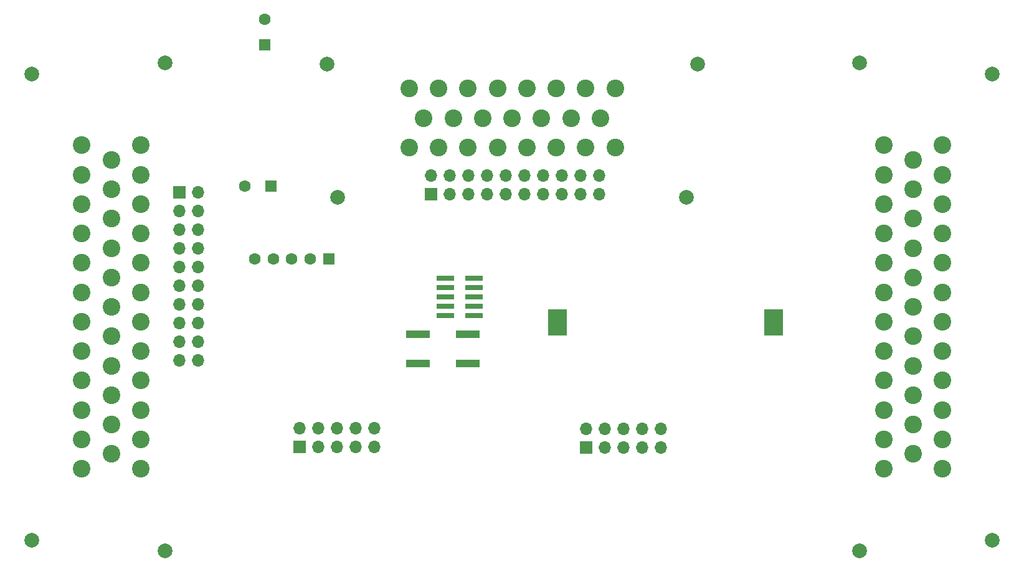
<source format=gbr>
%TF.GenerationSoftware,KiCad,Pcbnew,7.0.1*%
%TF.CreationDate,2024-06-21T03:41:51+03:00*%
%TF.ProjectId,ECUGDI,45435547-4449-42e6-9b69-6361645f7063,rev?*%
%TF.SameCoordinates,Original*%
%TF.FileFunction,Soldermask,Bot*%
%TF.FilePolarity,Negative*%
%FSLAX46Y46*%
G04 Gerber Fmt 4.6, Leading zero omitted, Abs format (unit mm)*
G04 Created by KiCad (PCBNEW 7.0.1) date 2024-06-21 03:41:51*
%MOMM*%
%LPD*%
G01*
G04 APERTURE LIST*
%ADD10R,1.700000X1.700000*%
%ADD11O,1.700000X1.700000*%
%ADD12R,1.600000X1.600000*%
%ADD13C,1.600000*%
%ADD14C,2.000000*%
%ADD15C,2.400000*%
%ADD16R,2.600000X3.600000*%
%ADD17R,3.200000X1.000000*%
%ADD18R,2.400000X0.740000*%
G04 APERTURE END LIST*
D10*
%TO.C,J13*%
X94310000Y-70450000D03*
D11*
X96850000Y-70450000D03*
X94310000Y-72990000D03*
X96850000Y-72990000D03*
X94310000Y-75530000D03*
X96850000Y-75530000D03*
X94310000Y-78070000D03*
X96850000Y-78070000D03*
X94310000Y-80610000D03*
X96850000Y-80610000D03*
X94310000Y-83150000D03*
X96850000Y-83150000D03*
X94310000Y-85690000D03*
X96850000Y-85690000D03*
X94310000Y-88230000D03*
X96850000Y-88230000D03*
X94310000Y-90770000D03*
X96850000Y-90770000D03*
X94310000Y-93310000D03*
X96850000Y-93310000D03*
%TD*%
D10*
%TO.C,J8*%
X128510000Y-70650000D03*
D11*
X128510000Y-68110000D03*
X131050000Y-70650000D03*
X131050000Y-68110000D03*
X133590000Y-70650000D03*
X133590000Y-68110000D03*
X136130000Y-70650000D03*
X136130000Y-68110000D03*
X138670000Y-70650000D03*
X138670000Y-68110000D03*
X141210000Y-70650000D03*
X141210000Y-68110000D03*
X143750000Y-70650000D03*
X143750000Y-68110000D03*
X146290000Y-70650000D03*
X146290000Y-68110000D03*
X148830000Y-70650000D03*
X148830000Y-68110000D03*
X151370000Y-70650000D03*
X151370000Y-68110000D03*
%TD*%
D12*
%TO.C,J12*%
X114550000Y-79450000D03*
D13*
X112050000Y-79450000D03*
X109550000Y-79450000D03*
X107050000Y-79450000D03*
X104550000Y-79450000D03*
%TD*%
D10*
%TO.C,J16*%
X110630000Y-105040000D03*
D11*
X110630000Y-102500000D03*
X113170000Y-105040000D03*
X113170000Y-102500000D03*
X115710000Y-105040000D03*
X115710000Y-102500000D03*
X118250000Y-105040000D03*
X118250000Y-102500000D03*
X120790000Y-105040000D03*
X120790000Y-102500000D03*
%TD*%
D10*
%TO.C,J17*%
X149560000Y-105090000D03*
D11*
X149560000Y-102550000D03*
X152100000Y-105090000D03*
X152100000Y-102550000D03*
X154640000Y-105090000D03*
X154640000Y-102550000D03*
X157180000Y-105090000D03*
X157180000Y-102550000D03*
X159720000Y-105090000D03*
X159720000Y-102550000D03*
%TD*%
D14*
%TO.C,J6*%
X114300000Y-53000000D03*
X115800000Y-71100000D03*
X163200000Y-71100000D03*
X164700000Y-53000000D03*
D15*
X125500000Y-64300000D03*
X129500000Y-64300000D03*
X133500000Y-64300000D03*
X137500000Y-64300000D03*
X141500000Y-64300000D03*
X145500000Y-64300000D03*
X149500000Y-64300000D03*
X153500000Y-64300000D03*
X127500000Y-60300000D03*
X131500000Y-60300000D03*
X135500000Y-60300000D03*
X139500000Y-60300000D03*
X143500000Y-60300000D03*
X147500000Y-60300000D03*
X151500000Y-60300000D03*
X125500000Y-56300000D03*
X129500000Y-56300000D03*
X133500000Y-56300000D03*
X137500000Y-56300000D03*
X141500000Y-56300000D03*
X145500000Y-56300000D03*
X149500000Y-56300000D03*
X153500000Y-56300000D03*
%TD*%
D16*
%TO.C,BT1*%
X145700000Y-88100000D03*
X175000000Y-88100000D03*
%TD*%
D17*
%TO.C,SW2*%
X133500000Y-89700000D03*
X126700000Y-89700000D03*
X133500000Y-93700000D03*
X126700000Y-93700000D03*
%TD*%
D12*
%TO.C,C55*%
X105900000Y-50350000D03*
D13*
X105900000Y-46850000D03*
%TD*%
D14*
%TO.C,J4*%
X92300000Y-52800000D03*
X74200000Y-54300000D03*
X74200000Y-117700000D03*
X92300000Y-119200000D03*
D15*
X81000000Y-64000000D03*
X81000000Y-68000000D03*
X81000000Y-72000000D03*
X81000000Y-76000000D03*
X81000000Y-80000000D03*
X81000000Y-84000000D03*
X81000000Y-88000000D03*
X81000000Y-92000000D03*
X81000000Y-96000000D03*
X81000000Y-100000000D03*
X81000000Y-104000000D03*
X81000000Y-108000000D03*
X85000000Y-66000000D03*
X85000000Y-70000000D03*
X85000000Y-74000000D03*
X85000000Y-78000000D03*
X85000000Y-82000000D03*
X85000000Y-86000000D03*
X85000000Y-90000000D03*
X85000000Y-94000000D03*
X85000000Y-98000000D03*
X85000000Y-102000000D03*
X85000000Y-106000000D03*
X89000000Y-64000000D03*
X89000000Y-68000000D03*
X89000000Y-72000000D03*
X89000000Y-76000000D03*
X89000000Y-80000000D03*
X89000000Y-84000000D03*
X89000000Y-88000000D03*
X89000000Y-92000000D03*
X89000000Y-96000000D03*
X89000000Y-100000000D03*
X89000000Y-104000000D03*
X89000000Y-108000000D03*
%TD*%
D12*
%TO.C,C105*%
X106700000Y-69600000D03*
D13*
X103200000Y-69600000D03*
%TD*%
D14*
%TO.C,J5*%
X186700000Y-119200000D03*
X204800000Y-117700000D03*
X204800000Y-54300000D03*
X186700000Y-52800000D03*
D15*
X198000000Y-108000000D03*
X198000000Y-104000000D03*
X198000000Y-100000000D03*
X198000000Y-96000000D03*
X198000000Y-92000000D03*
X198000000Y-88000000D03*
X198000000Y-84000000D03*
X198000000Y-80000000D03*
X198000000Y-76000000D03*
X198000000Y-72000000D03*
X198000000Y-68000000D03*
X198000000Y-64000000D03*
X194000000Y-106000000D03*
X194000000Y-102000000D03*
X194000000Y-98000000D03*
X194000000Y-94000000D03*
X194000000Y-90000000D03*
X194000000Y-86000000D03*
X194000000Y-82000000D03*
X194000000Y-78000000D03*
X194000000Y-74000000D03*
X194000000Y-70000000D03*
X194000000Y-66000000D03*
X190000000Y-108000000D03*
X190000000Y-104000000D03*
X190000000Y-100000000D03*
X190000000Y-96000000D03*
X190000000Y-92000000D03*
X190000000Y-88000000D03*
X190000000Y-84000000D03*
X190000000Y-80000000D03*
X190000000Y-76000000D03*
X190000000Y-72000000D03*
X190000000Y-68000000D03*
X190000000Y-64000000D03*
%TD*%
D18*
%TO.C,J7*%
X134350000Y-82060000D03*
X130450000Y-82060000D03*
X134350000Y-83330000D03*
X130450000Y-83330000D03*
X134350000Y-84600000D03*
X130450000Y-84600000D03*
X134350000Y-85870000D03*
X130450000Y-85870000D03*
X134350000Y-87140000D03*
X130450000Y-87140000D03*
%TD*%
M02*

</source>
